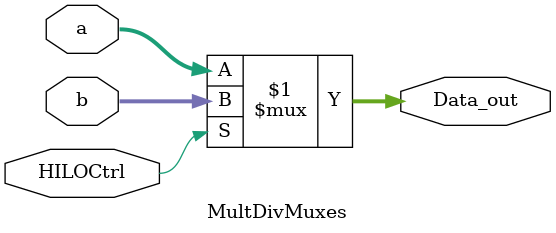
<source format=v>
module MultDivMuxes (
    input wire HILOCtrl,
	input wire [31:0] a,
	input wire [31:0] b,
	output wire [31:0] Data_out
);

	assign Data_out = (HILOCtrl) ? b : a;
    
endmodule 
</source>
